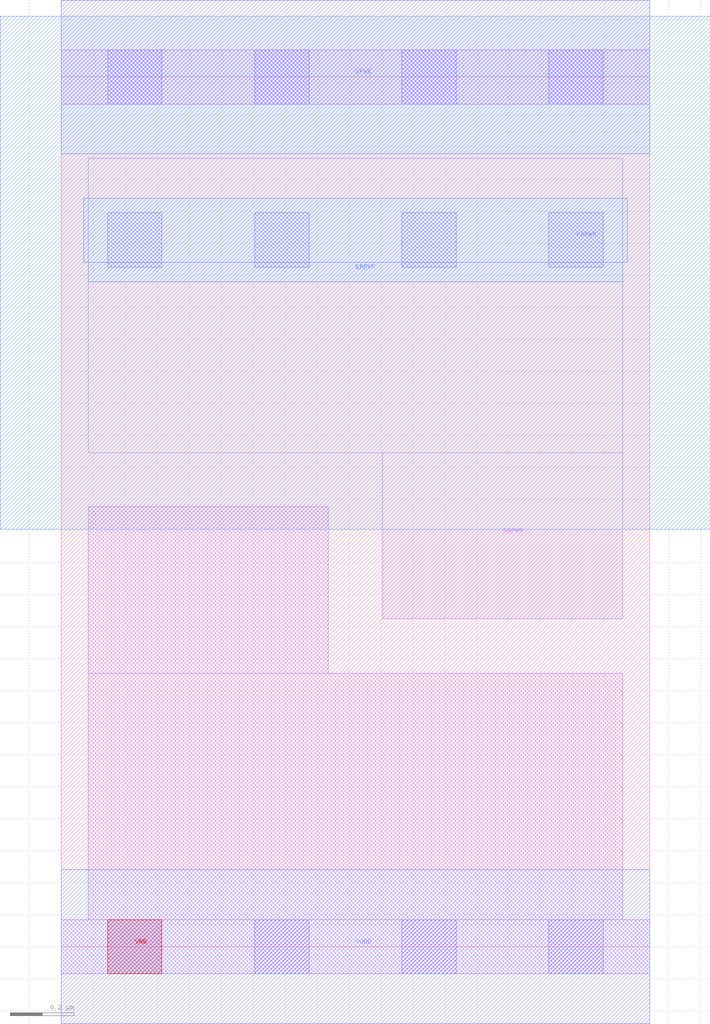
<source format=lef>
# Copyright 2020 The SkyWater PDK Authors
#
# Licensed under the Apache License, Version 2.0 (the "License");
# you may not use this file except in compliance with the License.
# You may obtain a copy of the License at
#
#     https://www.apache.org/licenses/LICENSE-2.0
#
# Unless required by applicable law or agreed to in writing, software
# distributed under the License is distributed on an "AS IS" BASIS,
# WITHOUT WARRANTIES OR CONDITIONS OF ANY KIND, either express or implied.
# See the License for the specific language governing permissions and
# limitations under the License.
#
# SPDX-License-Identifier: Apache-2.0

VERSION 5.7 ;
  NOWIREEXTENSIONATPIN ON ;
  DIVIDERCHAR "/" ;
  BUSBITCHARS "[]" ;
MACRO sky130_fd_sc_hd__lpflow_decapkapwr_4
  CLASS CORE ;
  FOREIGN sky130_fd_sc_hd__lpflow_decapkapwr_4 ;
  ORIGIN  0.000000  0.000000 ;
  SIZE  1.840000 BY  2.720000 ;
  SYMMETRY X Y R90 ;
  SITE unithd ;
  PIN VNB
    PORT
      LAYER pwell ;
        RECT 0.145000 -0.085000 0.315000 0.085000 ;
    END
  END VNB
  PIN VPB
    PORT
      LAYER nwell ;
        RECT -0.190000 1.305000 2.030000 2.910000 ;
    END
  END VPB
  PIN KAPWR
    DIRECTION INOUT ;
    SHAPE ABUTMENT ;
    USE POWER ;
    PORT
      LAYER li1 ;
        RECT 0.085000 1.545000 1.755000 2.465000 ;
        RECT 1.005000 1.025000 1.755000 1.545000 ;
      LAYER mcon ;
        RECT 0.145000 2.125000 0.315000 2.295000 ;
        RECT 0.605000 2.125000 0.775000 2.295000 ;
        RECT 1.065000 2.125000 1.235000 2.295000 ;
        RECT 1.525000 2.125000 1.695000 2.295000 ;
    END
    PORT
      LAYER met1 ;
        RECT 0.070000 2.140000 1.770000 2.340000 ;
        RECT 0.085000 2.080000 1.755000 2.140000 ;
    END
  END KAPWR
  PIN VGND
    DIRECTION INOUT ;
    SHAPE ABUTMENT ;
    USE GROUND ;
    PORT
      LAYER met1 ;
        RECT 0.000000 -0.240000 1.840000 0.240000 ;
    END
  END VGND
  PIN VPWR
    DIRECTION INOUT ;
    SHAPE ABUTMENT ;
    USE POWER ;
    PORT
      LAYER met1 ;
        RECT 0.000000 2.480000 1.840000 2.960000 ;
    END
  END VPWR
  OBS
    LAYER li1 ;
      RECT 0.000000 -0.085000 1.840000 0.085000 ;
      RECT 0.000000  2.635000 1.840000 2.805000 ;
      RECT 0.085000  0.085000 1.755000 0.855000 ;
      RECT 0.085000  0.855000 0.835000 1.375000 ;
    LAYER mcon ;
      RECT 0.145000 -0.085000 0.315000 0.085000 ;
      RECT 0.145000  2.635000 0.315000 2.805000 ;
      RECT 0.605000 -0.085000 0.775000 0.085000 ;
      RECT 0.605000  2.635000 0.775000 2.805000 ;
      RECT 1.065000 -0.085000 1.235000 0.085000 ;
      RECT 1.065000  2.635000 1.235000 2.805000 ;
      RECT 1.525000 -0.085000 1.695000 0.085000 ;
      RECT 1.525000  2.635000 1.695000 2.805000 ;
  END
END sky130_fd_sc_hd__lpflow_decapkapwr_4
END LIBRARY

</source>
